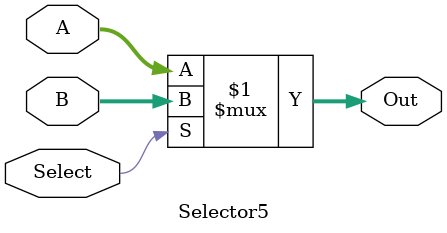
<source format=v>
`timescale 1ns / 1ps

module Selector5(
    input Select,
    input [4:0] A,
    input [4:0] B,
    output [4:0] Out
    );

    assign Out = Select ? B : A;
endmodule

</source>
